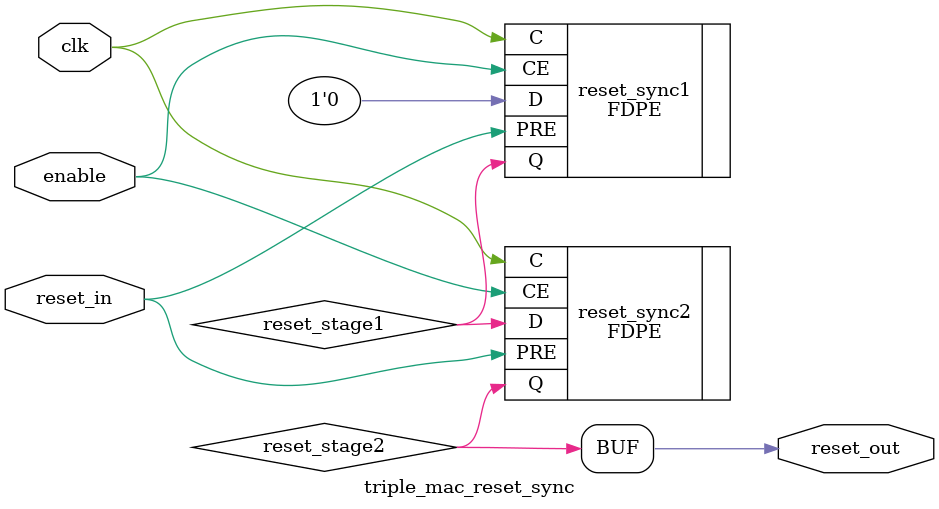
<source format=v>

`timescale 1ps/1ps

module triple_mac_reset_sync #(
  parameter INITIALISE = 2'b11
)
(
   input       reset_in,
   input       clk,
   input       enable,
   output      reset_out
);


wire  reset_stage1;
wire  reset_stage2;

  (* ASYNC_REG = "TRUE", RLOC = "X0Y0",  SHREG_EXTRACT = "NO", INIT = "1" *)
  FDPE #(
   .INIT (INITIALISE[0])
  ) reset_sync1 (
  .C  (clk), 
  .CE (enable),
  .PRE(reset_in),
  .D  (1'b0),
  .Q  (reset_stage1) 
  );
  
  (* ASYNC_REG = "TRUE", RLOC = "X0Y0",  SHREG_EXTRACT = "NO", INIT = "1" *)
  FDPE #(
   .INIT (INITIALISE[1])
  ) reset_sync2 (
  .C  (clk), 
  .CE (enable),
  .PRE(reset_in),
  .D  (reset_stage1),
  .Q  (reset_stage2) 
  );


assign reset_out = reset_stage2;



endmodule

</source>
